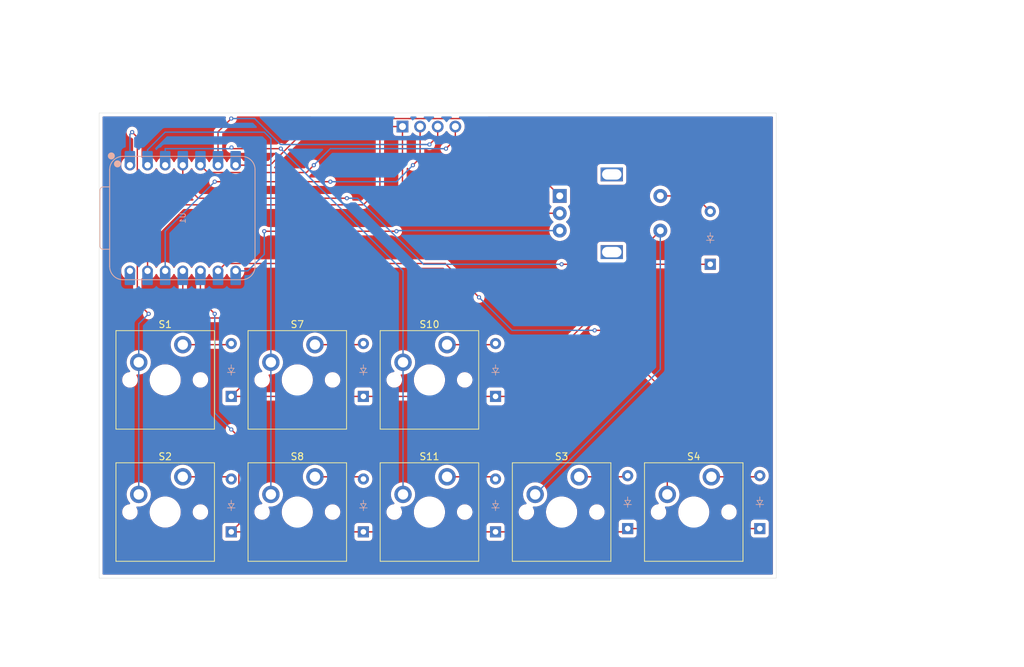
<source format=kicad_pcb>
(kicad_pcb (version 20240108) (generator "pcbnew") (generator_version "8.0")
  (layers (0 "F.Cu" signal) (31 "B.Cu" signal) (34 "B.Paste" user) (35 "F.Paste" user) (36 "B.SilkS" user "B.Silkscreen") (37 "F.SilkS" user "F.Silkscreen") (38 "B.Mask" user) (39 "F.Mask" user) (44 "Edge.Cuts" user))
  (net 0 "")
  (net 1 "Row 1")
  (net 2 "Net-(D3-A)")
  (net 3 "Net-(D4-A)")
  (net 4 "Net-(D5-A)")
  (net 5 "Net-(D6-A)")
  (net 6 "Net-(D7-A)")
  (net 7 "Net-(D8-A)")
  (net 8 "Net-(D10-A)")
  (net 9 "Net-(D11-A)")
  (net 10 "Column 3")
  (net 11 "Column 4")
  (net 12 "Column 1")
  (net 13 "Column 2")
  (net 14 "Net-(J1-SCL)")
  (net 16 "GND")
  (net 17 "Net-(J1-SDA)")
  (net 18 "Net-(U1-PB08_A6_D6_TX)")
  (net 19 "Net-(U1-PB09_A7_D7_RX)")
  (net 20 "Net-(J1-VCC)")
  (net 21 "Row 0")
  (net 22 "Column 0")
  (net 23 "RE S2")
  (footprint "ScottoKeebs_MX:MX_PCB_1.00u" (layer "F.Cu") (at 135.725 89.52875)
    (property "Reference" "S10" (at 0 -8 0) (layer "F.SilkS"))
    (property "Value" "Keyswitch")
    (fp_line (start -7.1 -7.1) (end -7.1 7.1) (stroke (width 0.12)) (layer "F.SilkS"))
    (fp_line (start -7.1 7.1) (end 7.1 7.1) (stroke (width 0.12)) (layer "F.SilkS"))
    (fp_line (start 7.1 -7.1) (end -7.1 -7.1) (stroke (width 0.12)) (layer "F.SilkS"))
    (fp_line (start 7.1 7.1) (end 7.1 -7.1) (stroke (width 0.12)) (layer "F.SilkS"))
    (pad "" np_thru_hole circle (at -5.08 0) (size 1.75 1.75) (drill 1.75) (layers "*.Cu" "*.Mask"))
    (pad "" np_thru_hole circle (at 0 0) (size 4 4) (drill 4) (layers "*.Cu" "*.Mask"))
    (pad "" np_thru_hole circle (at 5.08 0) (size 1.75 1.75) (drill 1.75) (layers "*.Cu" "*.Mask"))
    (pad "1" thru_hole circle (at -3.81 -2.54) (size 2.5 2.5) (drill 1.5) (layers "*.Cu" "*.Mask") (net 13 "Column 2"))
    (pad "2" thru_hole circle (at 2.54 -5.08) (size 2.5 2.5) (drill 1.5) (layers "*.Cu" "*.Mask") (net 8 "Net-(D10-A)"))
  )
  (footprint "ScottoKeebs_Scotto:Encoder_EC11_MX" (layer "F.Cu") (at 162.00625 65.50375)
    (property "Reference" "SW2" (hide yes))
    (property "Value" "RotaryEncoder_Switch" (hide yes))
    (pad "A" thru_hole rect (at -7.5 -2.5) (size 2 2) (drill 1) (layers "*.Cu" "*.Mask") (net 18 "Net-(U1-PB08_A6_D6_TX)"))
    (pad "B" thru_hole circle (at -7.5 2.5) (size 2 2) (drill 1) (layers "*.Cu" "*.Mask") (net 19 "Net-(U1-PB09_A7_D7_RX)"))
    (pad "C" thru_hole circle (at -7.5 0) (size 2 2) (drill 1) (layers "*.Cu" "*.Mask") (net 16 "GND"))
    (pad "MP" thru_hole rect (at 0 -5.6) (size 3.2 2) (drill oval 2.8 1.5) (layers "*.Cu" "*.Mask"))
    (pad "MP" thru_hole rect (at 0 5.6) (size 3.2 2) (drill oval 2.8 1.5) (layers "*.Cu" "*.Mask"))
    (pad "S1" thru_hole circle (at 7 2.5) (size 2 2) (drill 1) (layers "*.Cu" "*.Mask") (net 10 "Column 3"))
    (pad "S2" thru_hole circle (at 7 -2.5) (size 2 2) (drill 1) (layers "*.Cu" "*.Mask") (net 23 "RE S2"))
  )
  (footprint "ScottoKeebs_MX:MX_PCB_1.00u" (layer "F.Cu") (at 97.625 108.57875)
    (property "Reference" "S2" (at 0 -8 0) (layer "F.SilkS"))
    (property "Value" "Keyswitch")
    (fp_line (start -7.1 -7.1) (end -7.1 7.1) (stroke (width 0.12)) (layer "F.SilkS"))
    (fp_line (start -7.1 7.1) (end 7.1 7.1) (stroke (width 0.12)) (layer "F.SilkS"))
    (fp_line (start 7.1 -7.1) (end -7.1 -7.1) (stroke (width 0.12)) (layer "F.SilkS"))
    (fp_line (start 7.1 7.1) (end 7.1 -7.1) (stroke (width 0.12)) (layer "F.SilkS"))
    (pad "" np_thru_hole circle (at -5.08 0) (size 1.75 1.75) (drill 1.75) (layers "*.Cu" "*.Mask"))
    (pad "" np_thru_hole circle (at 0 0) (size 4 4) (drill 4) (layers "*.Cu" "*.Mask"))
    (pad "" np_thru_hole circle (at 5.08 0) (size 1.75 1.75) (drill 1.75) (layers "*.Cu" "*.Mask"))
    (pad "1" thru_hole circle (at -3.81 -2.54) (size 2.5 2.5) (drill 1.5) (layers "*.Cu" "*.Mask") (net 22 "Column 0"))
    (pad "2" thru_hole circle (at 2.54 -5.08) (size 2.5 2.5) (drill 1.5) (layers "*.Cu" "*.Mask") (net 5 "Net-(D6-A)"))
  )
  (footprint "ScottoKeebs_MX:MX_PCB_1.00u" (layer "F.Cu") (at 116.675 89.52875)
    (property "Reference" "S7" (at 0 -8 0) (layer "F.SilkS"))
    (property "Value" "Keyswitch")
    (fp_line (start -7.1 -7.1) (end -7.1 7.1) (stroke (width 0.12)) (layer "F.SilkS"))
    (fp_line (start -7.1 7.1) (end 7.1 7.1) (stroke (width 0.12)) (layer "F.SilkS"))
    (fp_line (start 7.1 -7.1) (end -7.1 -7.1) (stroke (width 0.12)) (layer "F.SilkS"))
    (fp_line (start 7.1 7.1) (end 7.1 -7.1) (stroke (width 0.12)) (layer "F.SilkS"))
    (pad "" np_thru_hole circle (at -5.08 0) (size 1.75 1.75) (drill 1.75) (layers "*.Cu" "*.Mask"))
    (pad "" np_thru_hole circle (at 0 0) (size 4 4) (drill 4) (layers "*.Cu" "*.Mask"))
    (pad "" np_thru_hole circle (at 5.08 0) (size 1.75 1.75) (drill 1.75) (layers "*.Cu" "*.Mask"))
    (pad "1" thru_hole circle (at -3.81 -2.54) (size 2.5 2.5) (drill 1.5) (layers "*.Cu" "*.Mask") (net 12 "Column 1"))
    (pad "2" thru_hole circle (at 2.54 -5.08) (size 2.5 2.5) (drill 1.5) (layers "*.Cu" "*.Mask") (net 6 "Net-(D7-A)"))
  )
  (footprint "ScottoKeebs_MX:MX_PCB_1.00u" (layer "F.Cu") (at 173.825 108.57875)
    (property "Reference" "S4" (at 0 -8 0) (layer "F.SilkS"))
    (property "Value" "Keyswitch")
    (fp_line (start -7.1 -7.1) (end -7.1 7.1) (stroke (width 0.12)) (layer "F.SilkS"))
    (fp_line (start -7.1 7.1) (end 7.1 7.1) (stroke (width 0.12)) (layer "F.SilkS"))
    (fp_line (start 7.1 -7.1) (end -7.1 -7.1) (stroke (width 0.12)) (layer "F.SilkS"))
    (fp_line (start 7.1 7.1) (end 7.1 -7.1) (stroke (width 0.12)) (layer "F.SilkS"))
    (pad "" np_thru_hole circle (at -5.08 0) (size 1.75 1.75) (drill 1.75) (layers "*.Cu" "*.Mask"))
    (pad "" np_thru_hole circle (at 0 0) (size 4 4) (drill 4) (layers "*.Cu" "*.Mask"))
    (pad "" np_thru_hole circle (at 5.08 0) (size 1.75 1.75) (drill 1.75) (layers "*.Cu" "*.Mask"))
    (pad "1" thru_hole circle (at -3.81 -2.54) (size 2.5 2.5) (drill 1.5) (layers "*.Cu" "*.Mask") (net 11 "Column 4"))
    (pad "2" thru_hole circle (at 2.54 -5.08) (size 2.5 2.5) (drill 1.5) (layers "*.Cu" "*.Mask") (net 3 "Net-(D4-A)"))
  )
  (footprint "ScottoKeebs_MX:MX_PCB_1.00u" (layer "F.Cu") (at 135.725 108.57875)
    (property "Reference" "S11" (at 0 -8 0) (layer "F.SilkS"))
    (property "Value" "Keyswitch")
    (fp_line (start -7.1 -7.1) (end -7.1 7.1) (stroke (width 0.12)) (layer "F.SilkS"))
    (fp_line (start -7.1 7.1) (end 7.1 7.1) (stroke (width 0.12)) (layer "F.SilkS"))
    (fp_line (start 7.1 -7.1) (end -7.1 -7.1) (stroke (width 0.12)) (layer "F.SilkS"))
    (fp_line (start 7.1 7.1) (end 7.1 -7.1) (stroke (width 0.12)) (layer "F.SilkS"))
    (pad "" np_thru_hole circle (at -5.08 0) (size 1.75 1.75) (drill 1.75) (layers "*.Cu" "*.Mask"))
    (pad "" np_thru_hole circle (at 0 0) (size 4 4) (drill 4) (layers "*.Cu" "*.Mask"))
    (pad "" np_thru_hole circle (at 5.08 0) (size 1.75 1.75) (drill 1.75) (layers "*.Cu" "*.Mask"))
    (pad "1" thru_hole circle (at -3.81 -2.54) (size 2.5 2.5) (drill 1.5) (layers "*.Cu" "*.Mask") (net 13 "Column 2"))
    (pad "2" thru_hole circle (at 2.54 -5.08) (size 2.5 2.5) (drill 1.5) (layers "*.Cu" "*.Mask") (net 9 "Net-(D11-A)"))
  )
  (footprint "ScottoKeebs_MX:MX_PCB_1.00u" (layer "F.Cu") (at 116.675 108.57875)
    (property "Reference" "S8" (at 0 -8 0) (layer "F.SilkS"))
    (property "Value" "Keyswitch")
    (fp_line (start -7.1 -7.1) (end -7.1 7.1) (stroke (width 0.12)) (layer "F.SilkS"))
    (fp_line (start -7.1 7.1) (end 7.1 7.1) (stroke (width 0.12)) (layer "F.SilkS"))
    (fp_line (start 7.1 -7.1) (end -7.1 -7.1) (stroke (width 0.12)) (layer "F.SilkS"))
    (fp_line (start 7.1 7.1) (end 7.1 -7.1) (stroke (width 0.12)) (layer "F.SilkS"))
    (pad "" np_thru_hole circle (at -5.08 0) (size 1.75 1.75) (drill 1.75) (layers "*.Cu" "*.Mask"))
    (pad "" np_thru_hole circle (at 0 0) (size 4 4) (drill 4) (layers "*.Cu" "*.Mask"))
    (pad "" np_thru_hole circle (at 5.08 0) (size 1.75 1.75) (drill 1.75) (layers "*.Cu" "*.Mask"))
    (pad "1" thru_hole circle (at -3.81 -2.54) (size 2.5 2.5) (drill 1.5) (layers "*.Cu" "*.Mask") (net 12 "Column 1"))
    (pad "2" thru_hole circle (at 2.54 -5.08) (size 2.5 2.5) (drill 1.5) (layers "*.Cu" "*.Mask") (net 7 "Net-(D8-A)"))
  )
  (footprint "ScottoKeebs_MX:MX_PCB_1.00u" (layer "F.Cu") (at 97.625 89.52875)
    (property "Reference" "S1" (at 0 -8 0) (layer "F.SilkS"))
    (property "Value" "Keyswitch")
    (fp_line (start -7.1 -7.1) (end -7.1 7.1) (stroke (width 0.12)) (layer "F.SilkS"))
    (fp_line (start -7.1 7.1) (end 7.1 7.1) (stroke (width 0.12)) (layer "F.SilkS"))
    (fp_line (start 7.1 -7.1) (end -7.1 -7.1) (stroke (width 0.12)) (layer "F.SilkS"))
    (fp_line (start 7.1 7.1) (end 7.1 -7.1) (stroke (width 0.12)) (layer "F.SilkS"))
    (pad "" np_thru_hole circle (at -5.08 0) (size 1.75 1.75) (drill 1.75) (layers "*.Cu" "*.Mask"))
    (pad "" np_thru_hole circle (at 0 0) (size 4 4) (drill 4) (layers "*.Cu" "*.Mask"))
    (pad "" np_thru_hole circle (at 5.08 0) (size 1.75 1.75) (drill 1.75) (layers "*.Cu" "*.Mask"))
    (pad "1" thru_hole circle (at -3.81 -2.54) (size 2.5 2.5) (drill 1.5) (layers "*.Cu" "*.Mask") (net 22 "Column 0"))
    (pad "2" thru_hole circle (at 2.54 -5.08) (size 2.5 2.5) (drill 1.5) (layers "*.Cu" "*.Mask") (net 4 "Net-(D5-A)"))
  )
  (footprint "ScottoKeebs_MX:MX_PCB_1.00u" (layer "F.Cu") (at 154.775 108.57875)
    (property "Reference" "S3" (at 0 -8 0) (layer "F.SilkS"))
    (property "Value" "Keyswitch")
    (fp_line (start -7.1 -7.1) (end -7.1 7.1) (stroke (width 0.12)) (layer "F.SilkS"))
    (fp_line (start -7.1 7.1) (end 7.1 7.1) (stroke (width 0.12)) (layer "F.SilkS"))
    (fp_line (start 7.1 -7.1) (end -7.1 -7.1) (stroke (width 0.12)) (layer "F.SilkS"))
    (fp_line (start 7.1 7.1) (end 7.1 -7.1) (stroke (width 0.12)) (layer "F.SilkS"))
    (pad "" np_thru_hole circle (at -5.08 0) (size 1.75 1.75) (drill 1.75) (layers "*.Cu" "*.Mask"))
    (pad "" np_thru_hole circle (at 0 0) (size 4 4) (drill 4) (layers "*.Cu" "*.Mask"))
    (pad "" np_thru_hole circle (at 5.08 0) (size 1.75 1.75) (drill 1.75) (layers "*.Cu" "*.Mask"))
    (pad "1" thru_hole circle (at -3.81 -2.54) (size 2.5 2.5) (drill 1.5) (layers "*.Cu" "*.Mask") (net 10 "Column 3"))
    (pad "2" thru_hole circle (at 2.54 -5.08) (size 2.5 2.5) (drill 1.5) (layers "*.Cu" "*.Mask") (net 2 "Net-(D3-A)"))
  )
  (footprint "ScottoKeebs_Components:OLED_128x64" (layer "F.Cu") (at 135.645625 53.00375)
    (property "Reference" "J1" (hide yes))
    (property "Value" "OLED_128x64")
    (pad "1" thru_hole rect (at -3.81 0 90) (size 1.7 1.7) (drill 1) (layers "*.Cu" "*.Mask") (net 16 "GND"))
    (pad "2" thru_hole oval (at -1.27 0 90) (size 1.7 1.7) (drill 1) (layers "*.Cu" "*.Mask") (net 20 "Net-(J1-VCC)"))
    (pad "3" thru_hole oval (at 1.27 0 90) (size 1.7 1.7) (drill 1) (layers "*.Cu" "*.Mask") (net 14 "Net-(J1-SCL)"))
    (pad "4" thru_hole oval (at 3.81 0 90) (size 1.7 1.7) (drill 1) (layers "*.Cu" "*.Mask") (net 17 "Net-(J1-SDA)"))
  )
  (footprint "ScottoKeebs_Components:Diode_DO-35" (layer "B.Cu") (at 126.2 91.91 90)
    (property "Reference" "D7" (hide yes))
    (property "Value" "Diode" (hide yes))
    (fp_line (start 3.46 -0.55) (end 3.46 0.55) (stroke (width 0.1)) (layer "B.SilkS"))
    (fp_line (start 4.06 -0.4) (end 4.06 0.4) (stroke (width 0.1)) (layer "B.SilkS"))
    (fp_line (start 4.56 0) (end 4.06 0) (stroke (width 0.1)) (layer "B.SilkS"))
    (fp_line (start 3.46 0) (end 4.06 -0.4) (stroke (width 0.1)) (layer "B.SilkS"))
    (fp_line (start 3.46 0) (end 3.06 0) (stroke (width 0.1)) (layer "B.SilkS"))
    (fp_line (start 4.06 0.4) (end 3.46 0) (stroke (width 0.1)) (layer "B.SilkS"))
    (pad "1" thru_hole rect (at 0 0 90) (size 1.6 1.6) (drill 0.8) (layers "*.Cu" "*.Mask") (net 21 "Row 0"))
    (pad "2" thru_hole oval (at 7.62 0 90) (size 1.6 1.6) (drill 0.8) (layers "*.Cu" "*.Mask") (net 6 "Net-(D7-A)"))
  )
  (footprint "ScottoKeebs_Components:Diode_DO-35" (layer "B.Cu") (at 176.20625 72.86 90)
    (property "Reference" "D1" (hide yes))
    (property "Value" "Diode" (hide yes))
    (fp_line (start 3.46 -0.55) (end 3.46 0.55) (stroke (width 0.1)) (layer "B.SilkS"))
    (fp_line (start 4.06 -0.4) (end 4.06 0.4) (stroke (width 0.1)) (layer "B.SilkS"))
    (fp_line (start 4.56 0) (end 4.06 0) (stroke (width 0.1)) (layer "B.SilkS"))
    (fp_line (start 3.46 0) (end 4.06 -0.4) (stroke (width 0.1)) (layer "B.SilkS"))
    (fp_line (start 3.46 0) (end 3.06 0) (stroke (width 0.1)) (layer "B.SilkS"))
    (fp_line (start 4.06 0.4) (end 3.46 0) (stroke (width 0.1)) (layer "B.SilkS"))
    (pad "1" thru_hole rect (at 0 0 90) (size 1.6 1.6) (drill 0.8) (layers "*.Cu" "*.Mask") (net 21 "Row 0"))
    (pad "2" thru_hole oval (at 7.62 0 90) (size 1.6 1.6) (drill 0.8) (layers "*.Cu" "*.Mask") (net 23 "RE S2"))
  )
  (footprint "ScottoKeebs_Components:Diode_DO-35" (layer "B.Cu") (at 145.25 111.43625 90)
    (property "Reference" "D11" (hide yes))
    (property "Value" "Diode" (hide yes))
    (fp_line (start 3.46 -0.55) (end 3.46 0.55) (stroke (width 0.1)) (layer "B.SilkS"))
    (fp_line (start 4.06 -0.4) (end 4.06 0.4) (stroke (width 0.1)) (layer "B.SilkS"))
    (fp_line (start 4.56 0) (end 4.06 0) (stroke (width 0.1)) (layer "B.SilkS"))
    (fp_line (start 3.46 0) (end 4.06 -0.4) (stroke (width 0.1)) (layer "B.SilkS"))
    (fp_line (start 3.46 0) (end 3.06 0) (stroke (width 0.1)) (layer "B.SilkS"))
    (fp_line (start 4.06 0.4) (end 3.46 0) (stroke (width 0.1)) (layer "B.SilkS"))
    (pad "1" thru_hole rect (at 0 0 90) (size 1.6 1.6) (drill 0.8) (layers "*.Cu" "*.Mask") (net 1 "Row 1"))
    (pad "2" thru_hole oval (at 7.62 0 90) (size 1.6 1.6) (drill 0.8) (layers "*.Cu" "*.Mask") (net 9 "Net-(D11-A)"))
  )
  (footprint "ScottoKeebs_Components:Diode_DO-35" (layer "B.Cu") (at 183.35 110.96 90)
    (property "Reference" "D4" (hide yes))
    (property "Value" "Diode" (hide yes))
    (fp_line (start 3.46 -0.55) (end 3.46 0.55) (stroke (width 0.1)) (layer "B.SilkS"))
    (fp_line (start 4.06 -0.4) (end 4.06 0.4) (stroke (width 0.1)) (layer "B.SilkS"))
    (fp_line (start 4.56 0) (end 4.06 0) (stroke (width 0.1)) (layer "B.SilkS"))
    (fp_line (start 3.46 0) (end 4.06 -0.4) (stroke (width 0.1)) (layer "B.SilkS"))
    (fp_line (start 3.46 0) (end 3.06 0) (stroke (width 0.1)) (layer "B.SilkS"))
    (fp_line (start 4.06 0.4) (end 3.46 0) (stroke (width 0.1)) (layer "B.SilkS"))
    (pad "1" thru_hole rect (at 0 0 90) (size 1.6 1.6) (drill 0.8) (layers "*.Cu" "*.Mask") (net 1 "Row 1"))
    (pad "2" thru_hole oval (at 7.62 0 90) (size 1.6 1.6) (drill 0.8) (layers "*.Cu" "*.Mask") (net 3 "Net-(D4-A)"))
  )
  (footprint "ScottoKeebs_Components:Diode_DO-35" (layer "B.Cu") (at 126.2 111.43625 90)
    (property "Reference" "D8" (hide yes))
    (property "Value" "Diode" (hide yes))
    (fp_line (start 3.46 -0.55) (end 3.46 0.55) (stroke (width 0.1)) (layer "B.SilkS"))
    (fp_line (start 4.06 -0.4) (end 4.06 0.4) (stroke (width 0.1)) (layer "B.SilkS"))
    (fp_line (start 4.56 0) (end 4.06 0) (stroke (width 0.1)) (layer "B.SilkS"))
    (fp_line (start 3.46 0) (end 4.06 -0.4) (stroke (width 0.1)) (layer "B.SilkS"))
    (fp_line (start 3.46 0) (end 3.06 0) (stroke (width 0.1)) (layer "B.SilkS"))
    (fp_line (start 4.06 0.4) (end 3.46 0) (stroke (width 0.1)) (layer "B.SilkS"))
    (pad "1" thru_hole rect (at 0 0 90) (size 1.6 1.6) (drill 0.8) (layers "*.Cu" "*.Mask") (net 1 "Row 1"))
    (pad "2" thru_hole oval (at 7.62 0 90) (size 1.6 1.6) (drill 0.8) (layers "*.Cu" "*.Mask") (net 7 "Net-(D8-A)"))
  )
  (footprint "ScottoKeebs_Components:Diode_DO-35" (layer "B.Cu") (at 107.15 91.91 90)
    (property "Reference" "D5" (hide yes))
    (property "Value" "Diode" (hide yes))
    (fp_line (start 3.46 -0.55) (end 3.46 0.55) (stroke (width 0.1)) (layer "B.SilkS"))
    (fp_line (start 4.06 -0.4) (end 4.06 0.4) (stroke (width 0.1)) (layer "B.SilkS"))
    (fp_line (start 4.56 0) (end 4.06 0) (stroke (width 0.1)) (layer "B.SilkS"))
    (fp_line (start 3.46 0) (end 4.06 -0.4) (stroke (width 0.1)) (layer "B.SilkS"))
    (fp_line (start 3.46 0) (end 3.06 0) (stroke (width 0.1)) (layer "B.SilkS"))
    (fp_line (start 4.06 0.4) (end 3.46 0) (stroke (width 0.1)) (layer "B.SilkS"))
    (pad "1" thru_hole rect (at 0 0 90) (size 1.6 1.6) (drill 0.8) (layers "*.Cu" "*.Mask") (net 21 "Row 0"))
    (pad "2" thru_hole oval (at 7.62 0 90) (size 1.6 1.6) (drill 0.8) (layers "*.Cu" "*.Mask") (net 4 "Net-(D5-A)"))
  )
  (footprint "Seeed Studio XIAO Series Library:XIAO-RP2040-DIP" (layer "B.Cu") (at 100.165 66.1925 -90)
    (property "Reference" "U1" (at 0 0 90) (layer "B.SilkS") (effects (font (size 0.8 0.8) (thickness 0.1016)) (justify mirror)))
    (property "Value" "MCU_Seeed_XIAO_RP2040")
    (fp_line (start 4.004 11.951) (end -3.991272 11.951) (stroke (width 0.127)) (layer "B.SilkS"))
    (fp_line (start -4.491272 11.451272) (end -4.495 10.541) (stroke (width 0.127)) (layer "B.SilkS"))
    (fp_line (start -6.985 10.541) (end 6.985 10.541) (stroke (width 0.1)) (layer "B.SilkS"))
    (fp_line (start -6.985 10.541) (end 6.985 10.541) (stroke (width 0.127)) (layer "B.SilkS"))
    (fp_line (start 4.504 10.541) (end 4.504 11.451) (stroke (width 0.127)) (layer "B.SilkS"))
    (fp_line (start -8.89 8.636) (end -8.89 -8.509) (stroke (width 0.127)) (layer "B.SilkS"))
    (fp_line (start 8.89 8.636) (end 8.89 -8.509) (stroke (width 0.127)) (layer "B.SilkS"))
    (fp_line (start 6.985 -10.414) (end -6.985 -10.414) (stroke (width 0.127)) (layer "B.SilkS"))
    (fp_arc (start -3.991272 11.951) (mid -4.344724 11.804644) (end -4.491272 11.451272) (stroke (width 0.127)) (layer "B.SilkS"))
    (fp_arc (start 4.504 11.451) (mid 4.357553 11.804553) (end 4.004 11.951) (stroke (width 0.127)) (layer "B.SilkS"))
    (fp_arc (start -6.985 10.541) (mid -8.332038 9.983038) (end -8.89 8.636) (stroke (width 0.127)) (layer "B.SilkS"))
    (fp_arc (start 8.89 8.636) (mid 8.332038 9.983038) (end 6.985 10.541) (stroke (width 0.127)) (layer "B.SilkS"))
    (fp_arc (start -8.89 -8.509) (mid -8.332038 -9.856038) (end -6.985 -10.414) (stroke (width 0.127)) (layer "B.SilkS"))
    (fp_arc (start 6.985 -10.414) (mid 8.332038 -9.856038) (end 8.89 -8.509) (stroke (width 0.127)) (layer "B.SilkS"))
    (fp_circle (center -8.95 10.3) (end -8.95 10.554) (stroke (width 0.5)) (fill solid) (layer "B.SilkS"))
    (fp_circle (center -7.807 9.42) (end -7.807 9.674) (stroke (width 0.5)) (fill solid) (layer "B.SilkS"))
    (pad "1" smd roundrect (at -8.455 7.62 90) (size 2.432 1.524) (layers "B.Cu" "B.Mask") (roundrect_rratio 0.1) (net 22 "Column 0"))
    (pad "1" thru_hole circle (at -7.62 7.62 90) (size 1.524 1.524) (drill 0.889) (layers "*.Cu" "*.Mask") (net 22 "Column 0"))
    (pad "2" smd roundrect (at -8.455 5.08 90) (size 2.432 1.524) (layers "B.Cu" "B.Mask") (roundrect_rratio 0.1) (net 12 "Column 1"))
    (pad "2" thru_hole circle (at -7.62 5.08 90) (size 1.524 1.524) (drill 0.889) (layers "*.Cu" "*.Mask") (net 12 "Column 1"))
    (pad "3" smd roundrect (at -8.455 2.54 90) (size 2.432 1.524) (layers "B.Cu" "B.Mask") (roundrect_rratio 0.1) (net 13 "Column 2"))
    (pad "3" thru_hole circle (at -7.62 2.54 90) (size 1.524 1.524) (drill 0.889) (layers "*.Cu" "*.Mask") (net 13 "Column 2"))
    (pad "4" smd roundrect (at -8.455 0 90) (size 2.432 1.524) (layers "B.Cu" "B.Mask") (roundrect_rratio 0.1) (net 10 "Column 3"))
    (pad "4" thru_hole circle (at -7.62 0 90) (size 1.524 1.524) (drill 0.889) (layers "*.Cu" "*.Mask") (net 10 "Column 3"))
    (pad "5" smd roundrect (at -8.455 -2.54 90) (size 2.432 1.524) (layers "B.Cu" "B.Mask") (roundrect_rratio 0.1) (net 17 "Net-(J1-SDA)"))
    (pad "5" thru_hole circle (at -7.62 -2.54 90) (size 1.524 1.524) (drill 0.889) (layers "*.Cu" "*.Mask") (net 17 "Net-(J1-SDA)"))
    (pad "6" smd roundrect (at -8.455 -5.08 90) (size 2.432 1.524) (layers "B.Cu" "B.Mask") (roundrect_rratio 0.1) (net 14 "Net-(J1-SCL)"))
    (pad "6" thru_hole circle (at -7.62 -5.08 90) (size 1.524 1.524) (drill 0.889) (layers "*.Cu" "*.Mask") (net 14 "Net-(J1-SCL)"))
    (pad "7" smd roundrect (at -8.455 -7.62 90) (size 2.432 1.524) (layers "B.Cu" "B.Mask") (roundrect_rratio 0.1) (net 18 "Net-(U1-PB08_A6_D6_TX)"))
    (pad "7" thru_hole circle (at -7.62 -7.62 90) (size 1.524 1.524) (drill 0.889) (layers "*.Cu" "*.Mask") (net 18 "Net-(U1-PB08_A6_D6_TX)"))
    (pad "8" thru_hole circle (at 7.62 -7.62 270) (size 1.524 1.524) (drill 0.889) (layers "*.Cu" "*.Mask") (net 19 "Net-(U1-PB09_A7_D7_RX)"))
    (pad "8" smd roundrect (at 8.455 -7.62 270) (size 2.432 1.524) (layers "B.Cu" "B.Mask") (roundrect_rratio 0.1) (net 19 "Net-(U1-PB09_A7_D7_RX)"))
    (pad "9" thru_hole circle (at 7.62 -5.08 270) (size 1.524 1.524) (drill 0.889) (layers "*.Cu" "*.Mask") (net 11 "Column 4"))
    (pad "9" smd roundrect (at 8.455 -5.08 270) (size 2.432 1.524) (layers "B.Cu" "B.Mask") (roundrect_rratio 0.1) (net 11 "Column 4"))
    (pad "10" thru_hole circle (at 7.62 -2.54 270) (size 1.524 1.524) (drill 0.889) (layers "*.Cu" "*.Mask") (net 1 "Row 1"))
    (pad "10" smd roundrect (at 8.455 -2.54 270) (size 2.432 1.524) (layers "B.Cu" "B.Mask") (roundrect_rratio 0.1) (net 1 "Row 1"))
    (pad "11" thru_hole circle (at 7.62 0 270) (size 1.524 1.524) (drill 0.889) (layers "*.Cu" "*.Mask") (net 21 "Row 0"))
    (pad "11" smd roundrect (at 8.455 0 270) (size 2.432 1.524) (layers "B.Cu" "B.Mask") (roundrect_rratio 0.1) (net 21 "Row 0"))
    (pad "12" thru_hole circle (at 7.62 2.54 270) (size 1.524 1.524) (drill 0.889) (layers "*.Cu" "*.Mask") (net 20 "Net-(J1-VCC)"))
    (pad "12" smd roundrect (at 8.455 2.54 270) (size 2.432 1.524) (layers "B.Cu" "B.Mask") (roundrect_rratio 0.1) (net 20 "Net-(J1-VCC)"))
    (pad "13" thru_hole circle (at 7.62 5.08 270) (size 1.524 1.524) (drill 0.889) (layers "*.Cu" "*.Mask") (net 16 "GND"))
    (pad "13" smd roundrect (at 8.455 5.08 270) (size 2.432 1.524) (layers "B.Cu" "B.Mask") (roundrect_rratio 0.1) (net 16 "GND"))
    (pad "14" thru_hole circle (at 7.62 7.62 270) (size 1.524 1.524) (drill 0.889) (layers "*.Cu" "*.Mask"))
    (pad "14" smd roundrect (at 8.455 7.62 270) (size 2.432 1.524) (layers "B.Cu" "B.Mask") (roundrect_rratio 0.1))
  )
  (footprint "ScottoKeebs_Components:Diode_DO-35" (layer "B.Cu") (at 107.15 111.43625 90)
    (property "Reference" "D6" (hide yes))
    (property "Value" "Diode" (hide yes))
    (fp_line (start 3.46 -0.55) (end 3.46 0.55) (stroke (width 0.1)) (layer "B.SilkS"))
    (fp_line (start 4.06 -0.4) (end 4.06 0.4) (stroke (width 0.1)) (layer "B.SilkS"))
    (fp_line (start 4.56 0) (end 4.06 0) (stroke (width 0.1)) (layer "B.SilkS"))
    (fp_line (start 3.46 0) (end 4.06 -0.4) (stroke (width 0.1)) (layer "B.SilkS"))
    (fp_line (start 3.46 0) (end 3.06 0) (stroke (width 0.1)) (layer "B.SilkS"))
    (fp_line (start 4.06 0.4) (end 3.46 0) (stroke (width 0.1)) (layer "B.SilkS"))
    (pad "1" thru_hole rect (at 0 0 90) (size 1.6 1.6) (drill 0.8) (layers "*.Cu" "*.Mask") (net 1 "Row 1"))
    (pad "2" thru_hole oval (at 7.62 0 90) (size 1.6 1.6) (drill 0.8) (layers "*.Cu" "*.Mask") (net 5 "Net-(D6-A)"))
  )
  (footprint "ScottoKeebs_Components:Diode_DO-35" (layer "B.Cu") (at 145.25 91.91 90)
    (property "Reference" "D10" (hide yes))
    (property "Value" "Diode" (hide yes))
    (fp_line (start 3.46 -0.55) (end 3.46 0.55) (stroke (width 0.1)) (layer "B.SilkS"))
    (fp_line (start 4.06 -0.4) (end 4.06 0.4) (stroke (width 0.1)) (layer "B.SilkS"))
    (fp_line (start 4.56 0) (end 4.06 0) (stroke (width 0.1)) (layer "B.SilkS"))
    (fp_line (start 3.46 0) (end 4.06 -0.4) (stroke (width 0.1)) (layer "B.SilkS"))
    (fp_line (start 3.46 0) (end 3.06 0) (stroke (width 0.1)) (layer "B.SilkS"))
    (fp_line (start 4.06 0.4) (end 3.46 0) (stroke (width 0.1)) (layer "B.SilkS"))
    (pad "1" thru_hole rect (at 0 0 90) (size 1.6 1.6) (drill 0.8) (layers "*.Cu" "*.Mask") (net 21 "Row 0"))
    (pad "2" thru_hole oval (at 7.62 0 90) (size 1.6 1.6) (drill 0.8) (layers "*.Cu" "*.Mask") (net 8 "Net-(D10-A)"))
  )
  (footprint "ScottoKeebs_Components:Diode_DO-35" (layer "B.Cu") (at 164.3 110.96 90)
    (property "Reference" "D3" (hide yes))
    (property "Value" "Diode" (hide yes))
    (fp_line (start 3.46 -0.55) (end 3.46 0.55) (stroke (width 0.1)) (layer "B.SilkS"))
    (fp_line (start 4.06 -0.4) (end 4.06 0.4) (stroke (width 0.1)) (layer "B.SilkS"))
    (fp_line (start 4.56 0) (end 4.06 0) (stroke (width 0.1)) (layer "B.SilkS"))
    (fp_line (start 3.46 0) (end 4.06 -0.4) (stroke (width 0.1)) (layer "B.SilkS"))
    (fp_line (start 3.46 0) (end 3.06 0) (stroke (width 0.1)) (layer "B.SilkS"))
    (fp_line (start 4.06 0.4) (end 3.46 0) (stroke (width 0.1)) (layer "B.SilkS"))
    (pad "1" thru_hole rect (at 0 0 90) (size 1.6 1.6) (drill 0.8) (layers "*.Cu" "*.Mask") (net 1 "Row 1"))
    (pad "2" thru_hole oval (at 7.62 0 90) (size 1.6 1.6) (drill 0.8) (layers "*.Cu" "*.Mask") (net 2 "Net-(D3-A)"))
  )
  (gr_rect (start 88.1 51.0475) (end 185.73125 118.10375) (stroke (width 0.05)) (fill none) (layer "Edge.Cuts"))
  (segment (start 102.705 77.94) (end 102.705 73.8125) (width 0.2) (layer "F.Cu") (net 1))
  (segment (start 104.76875 80.00375) (end 102.705 77.94) (width 0.2) (layer "F.Cu") (net 1))
  (segment (start 126.2 111.43625) (end 145.25 111.43625) (width 0.2) (layer "F.Cu") (net 1))
  (segment (start 164.3 110.96) (end 183.35 110.96) (width 0.2) (layer "F.Cu") (net 1))
  (segment (start 126.2 111.43625) (end 107.15 111.43625) (width 0.2) (layer "F.Cu") (net 1))
  (segment (start 108.25 110.33625) (end 108.25 97.7725) (width 0.2) (layer "F.Cu") (net 1))
  (segment (start 107.15 111.43625) (end 108.25 110.33625) (width 0.2) (layer "F.Cu") (net 1))
  (segment (start 163.82375 111.43625) (end 164.3 110.96) (width 0.2) (layer "F.Cu") (net 1))
  (segment (start 108.25 97.7725) (end 107.15 96.6725) (width 0.2) (layer "F.Cu") (net 1))
  (segment (start 145.25 111.43625) (end 163.82375 111.43625) (width 0.2) (layer "F.Cu") (net 1))
  (via (at 104.76875 80.00375) (size 0.6) (drill 0.3) (layers "F.Cu" "B.Cu") (net 1))
  (via (at 107.15 96.6725) (size 0.6) (drill 0.3) (layers "F.Cu" "B.Cu") (net 1))
  (segment (start 104.76875 94.29125) (end 104.76875 80.00375) (width 0.2) (layer "B.Cu") (net 1))
  (segment (start 107.15 96.6725) (end 104.76875 94.29125) (width 0.2) (layer "B.Cu") (net 1))
  (segment (start 164.14125 103.49875) (end 164.3 103.34) (width 0.2) (layer "F.Cu") (net 2))
  (segment (start 157.315 103.49875) (end 164.14125 103.49875) (width 0.2) (layer "F.Cu") (net 2))
  (segment (start 176.365 103.49875) (end 183.19125 103.49875) (width 0.2) (layer "F.Cu") (net 3))
  (segment (start 183.19125 103.49875) (end 183.35 103.34) (width 0.2) (layer "F.Cu") (net 3))
  (segment (start 106.99125 84.44875) (end 107.15 84.29) (width 0.2) (layer "F.Cu") (net 4))
  (segment (start 100.165 84.44875) (end 106.99125 84.44875) (width 0.2) (layer "F.Cu") (net 4))
  (segment (start 106.99125 103.49875) (end 107.15 103.34) (width 0.2) (layer "F.Cu") (net 5))
  (segment (start 100.165 103.49875) (end 106.99125 103.49875) (width 0.2) (layer "F.Cu") (net 5))
  (segment (start 119.215 84.44875) (end 126.04125 84.44875) (width 0.2) (layer "F.Cu") (net 6))
  (segment (start 126.04125 84.44875) (end 126.2 84.29) (width 0.2) (layer "F.Cu") (net 6))
  (segment (start 119.215 103.49875) (end 125.8825 103.49875) (width 0.2) (layer "F.Cu") (net 7))
  (segment (start 125.8825 103.49875) (end 126.2 103.81625) (width 0.2) (layer "F.Cu") (net 7))
  (segment (start 144.9325 84.44875) (end 145.25 84.76625) (width 0.2) (layer "F.Cu") (net 8))
  (segment (start 138.265 84.44875) (end 144.9325 84.44875) (width 0.2) (layer "F.Cu") (net 8))
  (segment (start 138.265 103.49875) (end 144.9325 103.49875) (width 0.2) (layer "F.Cu") (net 9))
  (segment (start 144.9325 103.49875) (end 145.25 103.81625) (width 0.2) (layer "F.Cu") (net 9))
  (segment (start 164.15 72.86) (end 154.775 72.86) (width 0.2) (layer "F.Cu") (net 10))
  (segment (start 123.81875 63.335) (end 102.3875 63.335) (width 0.2) (layer "F.Cu") (net 10))
  (segment (start 100.165 61.1125) (end 100.165 58.5725) (width 0.2) (layer "F.Cu") (net 10))
  (segment (start 102.3875 63.335) (end 100.165 61.1125) (width 0.2) (layer "F.Cu") (net 10))
  (segment (start 169.00625 68.00375) (end 164.15 72.86) (width 0.2) (layer "F.Cu") (net 10))
  (via (at 123.81875 63.335) (size 0.6) (drill 0.3) (layers "F.Cu" "B.Cu") (net 10))
  (via (at 154.775 72.86) (size 0.6) (drill 0.3) (layers "F.Cu" "B.Cu") (net 10))
  (segment (start 154.775 72.86) (end 134.876471 72.86) (width 0.2) (layer "B.Cu") (net 10))
  (segment (start 134.876471 72.86) (end 125.351471 63.335) (width 0.2) (layer "B.Cu") (net 10))
  (segment (start 169.00625 87.9975) (end 150.965 106.03875) (width 0.2) (layer "B.Cu") (net 10))
  (segment (start 169.00625 68.00375) (end 169.00625 87.9975) (width 0.2) (layer "B.Cu") (net 10))
  (segment (start 125.351471 63.335) (end 123.81875 63.335) (width 0.2) (layer "B.Cu") (net 10))
  (segment (start 106.307 72.7505) (end 105.245 73.8125) (width 0.2) (layer "F.Cu") (net 11))
  (segment (start 142.86875 77.6225) (end 137.99675 72.7505) (width 0.2) (layer "F.Cu") (net 11))
  (segment (start 170.015 91.560635) (end 160.839365 82.385) (width 0.2) (layer "F.Cu") (net 11))
  (segment (start 160.839365 82.385) (end 159.5375 82.385) (width 0.2) (layer "F.Cu") (net 11))
  (segment (start 170.015 91.560635) (end 170.015 106.03875) (width 0.2) (layer "F.Cu") (net 11))
  (segment (start 137.99675 72.7505) (end 106.307 72.7505) (width 0.2) (layer "F.Cu") (net 11))
  (via (at 159.5375 82.385) (size 0.6) (drill 0.3) (layers "F.Cu" "B.Cu") (net 11))
  (via (at 142.86875 77.6225) (size 0.6) (drill 0.3) (layers "F.Cu" "B.Cu") (net 11))
  (segment (start 159.5375 82.385) (end 147.63125 82.385) (width 0.2) (layer "B.Cu") (net 11))
  (segment (start 147.63125 82.385) (end 142.86875 77.6225) (width 0.2) (layer "B.Cu") (net 11))
  (segment (start 170.30625 105.7475) (end 170.015 106.03875) (width 0.2) (layer "B.Cu") (net 11))
  (segment (start 111.9125 53.81) (end 97.625 53.81) (width 0.2) (layer "B.Cu") (net 12))
  (segment (start 97.625 53.81) (end 95.085 56.35) (width 0.2) (layer "B.Cu") (net 12))
  (segment (start 112.865 86.98875) (end 112.865 106.03875) (width 0.2) (layer "B.Cu") (net 12))
  (segment (start 112.865 86.98875) (end 112.865 54.7625) (width 0.2) (layer "B.Cu") (net 12))
  (segment (start 95.085 56.35) (end 95.085 58.5725) (width 0.2) (layer "B.Cu") (net 12))
  (segment (start 112.865 54.7625) (end 111.9125 53.81) (width 0.2) (layer "B.Cu") (net 12))
  (segment (start 107.35546 56.19125) (end 107.18571 56.0215) (width 0.2) (layer "F.Cu") (net 13))
  (segment (start 114.29375 56.19125) (end 107.35546 56.19125) (width 0.2) (layer "F.Cu") (net 13))
  (via (at 114.29375 56.19125) (size 0.6) (drill 0.3) (layers "F.Cu" "B.Cu") (net 13))
  (via (at 107.18571 56.0215) (size 0.6) (drill 0.3) (layers "F.Cu" "B.Cu") (net 13))
  (segment (start 131.915 86.98875) (end 131.915 106.03875) (width 0.2) (layer "B.Cu") (net 13))
  (segment (start 131.915 86.98875) (end 131.915 73.8125) (width 0.2) (layer "B.Cu") (net 13))
  (segment (start 131.915 73.8125) (end 114.29375 56.19125) (width 0.2) (layer "B.Cu") (net 13))
  (segment (start 97.625 56.19125) (end 97.625 58.5725) (width 0.2) (layer "B.Cu") (net 13))
  (segment (start 107.18571 56.0215) (end 107.01596 56.19125) (width 0.2) (layer "B.Cu") (net 13))
  (segment (start 107.01596 56.19125) (end 97.625 56.19125) (width 0.2) (layer "B.Cu") (net 13))
  (segment (start 136.915625 54.400625) (end 136.915625 53.00375) (width 0.2) (layer "F.Cu") (net 14))
  (segment (start 105.245 53.7525) (end 105.245 58.5725) (width 0.2) (layer "F.Cu") (net 14))
  (segment (start 107.15 51.8475) (end 105.245 53.7525) (width 0.2) (layer "F.Cu") (net 14))
  (segment (start 135.725 55.59125) (end 136.915625 54.400625) (width 0.2) (layer "F.Cu") (net 14))
  (via (at 135.725 55.59125) (size 0.6) (drill 0.3) (layers "F.Cu" "B.Cu") (net 14))
  (via (at 107.15 51.8475) (size 0.6) (drill 0.3) (layers "F.Cu" "B.Cu") (net 14))
  (segment (start 135.725 55.59125) (end 114.259436 55.59125) (width 0.2) (layer "B.Cu") (net 14))
  (segment (start 110.515686 51.8475) (end 107.15 51.8475) (width 0.2) (layer "B.Cu") (net 14))
  (segment (start 114.259436 55.59125) (end 110.515686 51.8475) (width 0.2) (layer "B.Cu") (net 14))
  (segment (start 130.34 53.00375) (end 131.835625 53.00375) (width 0.2) (layer "F.Cu") (net 16))
  (segment (start 100.00625 64.2875) (end 126.2 64.2875) (width 0.2) (layer "F.Cu") (net 16))
  (segment (start 128.58125 54.7625) (end 130.34 53.00375) (width 0.2) (layer "F.Cu") (net 16))
  (segment (start 154.50625 65.50375) (end 135.5125 65.50375) (width 0.2) (layer "F.Cu") (net 16))
  (segment (start 131.835625 61.826875) (end 131.835625 53.00375) (width 0.2) (layer "F.Cu") (net 16))
  (segment (start 135.5125 65.50375) (end 131.835625 61.826875) (width 0.2) (layer "F.Cu") (net 16))
  (segment (start 95.085 69.20875) (end 100.00625 64.2875) (width 0.2) (layer "F.Cu") (net 16))
  (segment (start 128.58125 61.90625) (end 128.58125 54.7625) (width 0.2) (layer "F.Cu") (net 16))
  (segment (start 126.2 64.2875) (end 128.58125 61.90625) (width 0.2) (layer "F.Cu") (net 16))
  (segment (start 95.085 73.8125) (end 95.085 69.20875) (width 0.2) (layer "F.Cu") (net 16))
  (segment (start 154.5625 65.50375) (end 154.775 65.71625) (width 0.2) (layer "B.Cu") (net 16))
  (segment (start 154.50625 65.50375) (end 154.5625 65.50375) (width 0.2) (layer "B.Cu") (net 16))
  (segment (start 139.455625 54.841875) (end 139.455625 53.00375) (width 0.2) (layer "F.Cu") (net 17))
  (segment (start 138.10625 56.19125) (end 139.455625 54.841875) (width 0.2) (layer "F.Cu") (net 17))
  (segment (start 103.767 59.6345) (end 102.705 58.5725) (width 0.2) (layer "F.Cu") (net 17))
  (segment (start 117.99425 59.6345) (end 103.767 59.6345) (width 0.2) (layer "F.Cu") (net 17))
  (segment (start 119.05625 58.5725) (end 117.99425 59.6345) (width 0.2) (layer "F.Cu") (net 17))
  (via (at 119.05625 58.5725) (size 0.6) (drill 0.3) (layers "F.Cu" "B.Cu") (net 17))
  (via (at 138.10625 56.19125) (size 0.6) (drill 0.3) (layers "F.Cu" "B.Cu") (net 17))
  (segment (start 121.4375 56.19125) (end 119.05625 58.5725) (width 0.2) (layer "B.Cu") (net 17))
  (segment (start 138.10625 56.19125) (end 121.4375 56.19125) (width 0.2) (layer "B.Cu") (net 17))
  (segment (start 119.479779 51.85375) (end 112.761029 58.5725) (width 0.2) (layer "F.Cu") (net 18))
  (segment (start 143.35625 51.85375) (end 119.479779 51.85375) (width 0.2) (layer "F.Cu") (net 18))
  (segment (start 154.50625 63.00375) (end 143.35625 51.85375) (width 0.2) (layer "F.Cu") (net 18))
  (segment (start 112.761029 58.5725) (end 107.785 58.5725) (width 0.2) (layer "F.Cu") (net 18))
  (segment (start 130.9625 68.0975) (end 111.9125 68.0975) (width 0.2) (layer "F.Cu") (net 19))
  (via (at 130.9625 68.0975) (size 0.6) (drill 0.3) (layers "F.Cu" "B.Cu") (net 19))
  (via (at 111.9125 68.0975) (size 0.6) (drill 0.3) (layers "F.Cu" "B.Cu") (net 19))
  (segment (start 109.53125 73.8125) (end 107.785 73.8125) (width 0.2) (layer "B.Cu") (net 19))
  (segment (start 154.50625 68.00375) (end 131.05625 68.00375) (width 0.2) (layer "B.Cu") (net 19))
  (segment (start 111.9125 68.0975) (end 111.9125 71.43125) (width 0.2) (layer "B.Cu") (net 19))
  (segment (start 131.05625 68.00375) (end 130.9625 68.0975) (width 0.2) (layer "B.Cu") (net 19))
  (segment (start 111.9125 71.43125) (end 109.53125 73.8125) (width 0.2) (layer "B.Cu") (net 19))
  (segment (start 134.375625 53.00375) (end 134.375625 57.540625) (width 0.2) (layer "F.Cu") (net 20))
  (segment (start 121.4375 60.95375) (end 104.76875 60.95375) (width 0.2) (layer "F.Cu") (net 20))
  (segment (start 134.375625 57.540625) (end 133.34375 58.5725) (width 0.2) (layer "F.Cu") (net 20))
  (via (at 133.34375 58.5725) (size 0.6) (drill 0.3) (layers "F.Cu" "B.Cu") (net 20))
  (via (at 121.4375 60.95375) (size 0.6) (drill 0.3) (layers "F.Cu" "B.Cu") (net 20))
  (via (at 104.76875 60.95375) (size 0.6) (drill 0.3) (layers "F.Cu" "B.Cu") (net 20))
  (segment (start 104.76875 60.95375) (end 97.625 68.0975) (width 0.2) (layer "B.Cu") (net 20))
  (segment (start 130.9625 60.95375) (end 121.4375 60.95375) (width 0.2) (layer "B.Cu") (net 20))
  (segment (start 97.625 68.0975) (end 97.625 73.8125) (width 0.2) (layer "B.Cu") (net 20))
  (segment (start 133.34375 58.5725) (end 130.9625 60.95375) (width 0.2) (layer "B.Cu") (net 20))
  (segment (start 107.15 91.91) (end 109.53125 89.52875) (width 0.2) (layer "F.Cu") (net 21))
  (segment (start 109.53125 89.52875) (end 109.53125 82.385) (width 0.2) (layer "F.Cu") (net 21))
  (segment (start 102.9875 80.60375) (end 100.165 77.78125) (width 0.2) (layer "F.Cu") (net 21))
  (segment (start 166.68125 72.86) (end 176.20625 72.86) (width 0.2) (layer "F.Cu") (net 21))
  (segment (start 147.63125 91.91) (end 166.68125 72.86) (width 0.2) (layer "F.Cu") (net 21))
  (segment (start 126.2 91.91) (end 145.25 91.91) (width 0.2) (layer "F.Cu") (net 21))
  (segment (start 109.53125 82.385) (end 107.75 80.60375) (width 0.2) (layer "F.Cu") (net 21))
  (segment (start 145.25 91.91) (end 147.63125 91.91) (width 0.2) (layer "F.Cu") (net 21))
  (segment (start 100.165 77.78125) (end 100.165 73.8125) (width 0.2) (layer "F.Cu") (net 21))
  (segment (start 107.15 91.91) (end 126.2 91.91) (width 0.2) (layer "F.Cu") (net 21))
  (segment (start 107.75 80.60375) (end 102.9875 80.60375) (width 0.2) (layer "F.Cu") (net 21))
  (segment (start 93.607 54.5545) (end 92.8625 53.81) (width 0.2) (layer "F.Cu") (net 22))
  (segment (start 93.65625 87.1475) (end 92.8625 87.1475) (width 0.2) (layer "F.Cu") (net 22))
  (segment (start 93.607 78.367) (end 93.607 54.5545) (width 0.2) (layer "F.Cu") (net 22))
  (segment (start 93.815 86.98875) (end 93.65625 87.1475) (width 0.2) (layer "F.Cu") (net 22))
  (segment (start 95.24375 80.00375) (end 93.607 78.367) (width 0.2) (layer "F.Cu") (net 22))
  (via (at 92.8625 53.81) (size 0.6) (drill 0.3) (layers "F.Cu" "B.Cu") (net 22))
  (via (at 95.24375 80.00375) (size 0.6) (drill 0.3) (layers "F.Cu" "B.Cu") (net 22))
  (segment (start 93.815 81.4325) (end 95.24375 80.00375) (width 0.2) (layer "B.Cu") (net 22))
  (segment (start 93.815 86.98875) (end 93.815 106.03875) (width 0.2) (layer "B.Cu") (net 22))
  (segment (start 92.545 54.1275) (end 92.545 58.5725) (width 0.2) (layer "B.Cu") (net 22))
  (segment (start 92.8625 53.81) (end 92.545 54.1275) (width 0.2) (layer "B.Cu") (net 22))
  (segment (start 93.815 86.98875) (end 93.815 81.4325) (width 0.2) (layer "B.Cu") (net 22))
  (segment (start 169.00625 63.00375) (end 173.97 63.00375) (width 0.2) (layer "F.Cu") (net 23))
  (segment (start 173.97 63.00375) (end 175.923407 64.957157) (width 0.2) (layer "F.Cu") (net 23))
  (zone (net 0) (net_name "") (layers "F&B.Cu") (connect_pads (clearance 0.5)) (min_thickness 0.25) (fill yes (thermal_gap 0.5) (thermal_bridge_width 0.5) (island_removal_mode 1) (island_area_min 10))
    (polygon (pts (xy 73.8125 42.85625) (xy 73.8125 128.58125) (xy 211.925 130.9625) (xy 221.45 34.76)))
  )
)
</source>
